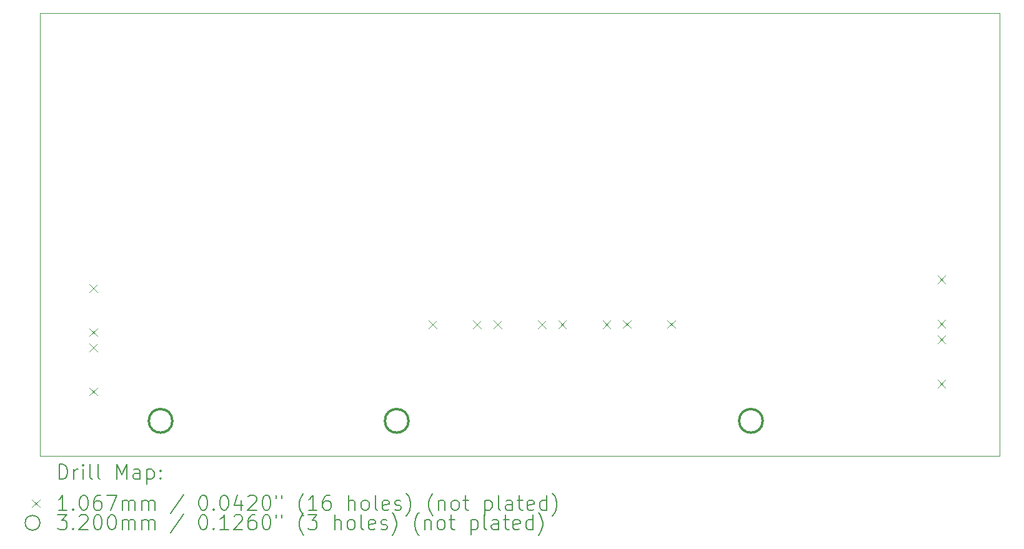
<source format=gbr>
%TF.GenerationSoftware,KiCad,Pcbnew,8.0.3*%
%TF.CreationDate,2025-06-03T13:48:53-07:00*%
%TF.ProjectId,Power_Distribution,506f7765-725f-4446-9973-747269627574,rev?*%
%TF.SameCoordinates,Original*%
%TF.FileFunction,Drillmap*%
%TF.FilePolarity,Positive*%
%FSLAX45Y45*%
G04 Gerber Fmt 4.5, Leading zero omitted, Abs format (unit mm)*
G04 Created by KiCad (PCBNEW 8.0.3) date 2025-06-03 13:48:53*
%MOMM*%
%LPD*%
G01*
G04 APERTURE LIST*
%ADD10C,0.100000*%
%ADD11C,0.200000*%
%ADD12C,0.106680*%
%ADD13C,0.320000*%
G04 APERTURE END LIST*
D10*
X8153640Y-5227320D02*
X21153640Y-5227320D01*
X21153640Y-11227320D01*
X8153640Y-11227320D01*
X8153640Y-5227320D01*
D11*
D12*
X8820660Y-8901660D02*
X8927340Y-9008340D01*
X8927340Y-8901660D02*
X8820660Y-9008340D01*
X8820660Y-9501660D02*
X8927340Y-9608340D01*
X8927340Y-9501660D02*
X8820660Y-9608340D01*
X8820660Y-9705660D02*
X8927340Y-9812340D01*
X8927340Y-9705660D02*
X8820660Y-9812340D01*
X8820660Y-10305660D02*
X8927340Y-10412340D01*
X8927340Y-10305660D02*
X8820660Y-10412340D01*
X13419980Y-9392660D02*
X13526660Y-9499340D01*
X13526660Y-9392660D02*
X13419980Y-9499340D01*
X14019980Y-9392660D02*
X14126660Y-9499340D01*
X14126660Y-9392660D02*
X14019980Y-9499340D01*
X14297540Y-9392660D02*
X14404220Y-9499340D01*
X14404220Y-9392660D02*
X14297540Y-9499340D01*
X14897540Y-9392660D02*
X15004220Y-9499340D01*
X15004220Y-9392660D02*
X14897540Y-9499340D01*
X15175100Y-9392660D02*
X15281780Y-9499340D01*
X15281780Y-9392660D02*
X15175100Y-9499340D01*
X15775100Y-9392660D02*
X15881780Y-9499340D01*
X15881780Y-9392660D02*
X15775100Y-9499340D01*
X16052660Y-9391660D02*
X16159340Y-9498340D01*
X16159340Y-9391660D02*
X16052660Y-9498340D01*
X16652660Y-9391660D02*
X16759340Y-9498340D01*
X16759340Y-9391660D02*
X16652660Y-9498340D01*
X20314660Y-8784660D02*
X20421340Y-8891340D01*
X20421340Y-8784660D02*
X20314660Y-8891340D01*
X20314660Y-9384660D02*
X20421340Y-9491340D01*
X20421340Y-9384660D02*
X20314660Y-9491340D01*
X20314660Y-9597660D02*
X20421340Y-9704340D01*
X20421340Y-9597660D02*
X20314660Y-9704340D01*
X20314660Y-10197660D02*
X20421340Y-10304340D01*
X20421340Y-10197660D02*
X20314660Y-10304340D01*
D13*
X9944000Y-10754000D02*
G75*
G02*
X9624000Y-10754000I-160000J0D01*
G01*
X9624000Y-10754000D02*
G75*
G02*
X9944000Y-10754000I160000J0D01*
G01*
X13144000Y-10754000D02*
G75*
G02*
X12824000Y-10754000I-160000J0D01*
G01*
X12824000Y-10754000D02*
G75*
G02*
X13144000Y-10754000I160000J0D01*
G01*
X17944000Y-10754000D02*
G75*
G02*
X17624000Y-10754000I-160000J0D01*
G01*
X17624000Y-10754000D02*
G75*
G02*
X17944000Y-10754000I160000J0D01*
G01*
D11*
X8409417Y-11543804D02*
X8409417Y-11343804D01*
X8409417Y-11343804D02*
X8457036Y-11343804D01*
X8457036Y-11343804D02*
X8485607Y-11353328D01*
X8485607Y-11353328D02*
X8504655Y-11372375D01*
X8504655Y-11372375D02*
X8514179Y-11391423D01*
X8514179Y-11391423D02*
X8523703Y-11429518D01*
X8523703Y-11429518D02*
X8523703Y-11458089D01*
X8523703Y-11458089D02*
X8514179Y-11496185D01*
X8514179Y-11496185D02*
X8504655Y-11515232D01*
X8504655Y-11515232D02*
X8485607Y-11534280D01*
X8485607Y-11534280D02*
X8457036Y-11543804D01*
X8457036Y-11543804D02*
X8409417Y-11543804D01*
X8609417Y-11543804D02*
X8609417Y-11410470D01*
X8609417Y-11448566D02*
X8618941Y-11429518D01*
X8618941Y-11429518D02*
X8628464Y-11419994D01*
X8628464Y-11419994D02*
X8647512Y-11410470D01*
X8647512Y-11410470D02*
X8666560Y-11410470D01*
X8733226Y-11543804D02*
X8733226Y-11410470D01*
X8733226Y-11343804D02*
X8723703Y-11353328D01*
X8723703Y-11353328D02*
X8733226Y-11362851D01*
X8733226Y-11362851D02*
X8742750Y-11353328D01*
X8742750Y-11353328D02*
X8733226Y-11343804D01*
X8733226Y-11343804D02*
X8733226Y-11362851D01*
X8857036Y-11543804D02*
X8837988Y-11534280D01*
X8837988Y-11534280D02*
X8828464Y-11515232D01*
X8828464Y-11515232D02*
X8828464Y-11343804D01*
X8961798Y-11543804D02*
X8942750Y-11534280D01*
X8942750Y-11534280D02*
X8933226Y-11515232D01*
X8933226Y-11515232D02*
X8933226Y-11343804D01*
X9190369Y-11543804D02*
X9190369Y-11343804D01*
X9190369Y-11343804D02*
X9257036Y-11486661D01*
X9257036Y-11486661D02*
X9323703Y-11343804D01*
X9323703Y-11343804D02*
X9323703Y-11543804D01*
X9504655Y-11543804D02*
X9504655Y-11439042D01*
X9504655Y-11439042D02*
X9495131Y-11419994D01*
X9495131Y-11419994D02*
X9476084Y-11410470D01*
X9476084Y-11410470D02*
X9437988Y-11410470D01*
X9437988Y-11410470D02*
X9418941Y-11419994D01*
X9504655Y-11534280D02*
X9485607Y-11543804D01*
X9485607Y-11543804D02*
X9437988Y-11543804D01*
X9437988Y-11543804D02*
X9418941Y-11534280D01*
X9418941Y-11534280D02*
X9409417Y-11515232D01*
X9409417Y-11515232D02*
X9409417Y-11496185D01*
X9409417Y-11496185D02*
X9418941Y-11477137D01*
X9418941Y-11477137D02*
X9437988Y-11467613D01*
X9437988Y-11467613D02*
X9485607Y-11467613D01*
X9485607Y-11467613D02*
X9504655Y-11458089D01*
X9599893Y-11410470D02*
X9599893Y-11610470D01*
X9599893Y-11419994D02*
X9618941Y-11410470D01*
X9618941Y-11410470D02*
X9657036Y-11410470D01*
X9657036Y-11410470D02*
X9676084Y-11419994D01*
X9676084Y-11419994D02*
X9685607Y-11429518D01*
X9685607Y-11429518D02*
X9695131Y-11448566D01*
X9695131Y-11448566D02*
X9695131Y-11505708D01*
X9695131Y-11505708D02*
X9685607Y-11524756D01*
X9685607Y-11524756D02*
X9676084Y-11534280D01*
X9676084Y-11534280D02*
X9657036Y-11543804D01*
X9657036Y-11543804D02*
X9618941Y-11543804D01*
X9618941Y-11543804D02*
X9599893Y-11534280D01*
X9780845Y-11524756D02*
X9790369Y-11534280D01*
X9790369Y-11534280D02*
X9780845Y-11543804D01*
X9780845Y-11543804D02*
X9771322Y-11534280D01*
X9771322Y-11534280D02*
X9780845Y-11524756D01*
X9780845Y-11524756D02*
X9780845Y-11543804D01*
X9780845Y-11419994D02*
X9790369Y-11429518D01*
X9790369Y-11429518D02*
X9780845Y-11439042D01*
X9780845Y-11439042D02*
X9771322Y-11429518D01*
X9771322Y-11429518D02*
X9780845Y-11419994D01*
X9780845Y-11419994D02*
X9780845Y-11439042D01*
D12*
X8041960Y-11818980D02*
X8148640Y-11925660D01*
X8148640Y-11818980D02*
X8041960Y-11925660D01*
D11*
X8514179Y-11963804D02*
X8399893Y-11963804D01*
X8457036Y-11963804D02*
X8457036Y-11763804D01*
X8457036Y-11763804D02*
X8437988Y-11792375D01*
X8437988Y-11792375D02*
X8418941Y-11811423D01*
X8418941Y-11811423D02*
X8399893Y-11820947D01*
X8599893Y-11944756D02*
X8609417Y-11954280D01*
X8609417Y-11954280D02*
X8599893Y-11963804D01*
X8599893Y-11963804D02*
X8590369Y-11954280D01*
X8590369Y-11954280D02*
X8599893Y-11944756D01*
X8599893Y-11944756D02*
X8599893Y-11963804D01*
X8733226Y-11763804D02*
X8752274Y-11763804D01*
X8752274Y-11763804D02*
X8771322Y-11773328D01*
X8771322Y-11773328D02*
X8780845Y-11782851D01*
X8780845Y-11782851D02*
X8790369Y-11801899D01*
X8790369Y-11801899D02*
X8799893Y-11839994D01*
X8799893Y-11839994D02*
X8799893Y-11887613D01*
X8799893Y-11887613D02*
X8790369Y-11925708D01*
X8790369Y-11925708D02*
X8780845Y-11944756D01*
X8780845Y-11944756D02*
X8771322Y-11954280D01*
X8771322Y-11954280D02*
X8752274Y-11963804D01*
X8752274Y-11963804D02*
X8733226Y-11963804D01*
X8733226Y-11963804D02*
X8714179Y-11954280D01*
X8714179Y-11954280D02*
X8704655Y-11944756D01*
X8704655Y-11944756D02*
X8695131Y-11925708D01*
X8695131Y-11925708D02*
X8685607Y-11887613D01*
X8685607Y-11887613D02*
X8685607Y-11839994D01*
X8685607Y-11839994D02*
X8695131Y-11801899D01*
X8695131Y-11801899D02*
X8704655Y-11782851D01*
X8704655Y-11782851D02*
X8714179Y-11773328D01*
X8714179Y-11773328D02*
X8733226Y-11763804D01*
X8971322Y-11763804D02*
X8933226Y-11763804D01*
X8933226Y-11763804D02*
X8914179Y-11773328D01*
X8914179Y-11773328D02*
X8904655Y-11782851D01*
X8904655Y-11782851D02*
X8885607Y-11811423D01*
X8885607Y-11811423D02*
X8876084Y-11849518D01*
X8876084Y-11849518D02*
X8876084Y-11925708D01*
X8876084Y-11925708D02*
X8885607Y-11944756D01*
X8885607Y-11944756D02*
X8895131Y-11954280D01*
X8895131Y-11954280D02*
X8914179Y-11963804D01*
X8914179Y-11963804D02*
X8952274Y-11963804D01*
X8952274Y-11963804D02*
X8971322Y-11954280D01*
X8971322Y-11954280D02*
X8980845Y-11944756D01*
X8980845Y-11944756D02*
X8990369Y-11925708D01*
X8990369Y-11925708D02*
X8990369Y-11878089D01*
X8990369Y-11878089D02*
X8980845Y-11859042D01*
X8980845Y-11859042D02*
X8971322Y-11849518D01*
X8971322Y-11849518D02*
X8952274Y-11839994D01*
X8952274Y-11839994D02*
X8914179Y-11839994D01*
X8914179Y-11839994D02*
X8895131Y-11849518D01*
X8895131Y-11849518D02*
X8885607Y-11859042D01*
X8885607Y-11859042D02*
X8876084Y-11878089D01*
X9057036Y-11763804D02*
X9190369Y-11763804D01*
X9190369Y-11763804D02*
X9104655Y-11963804D01*
X9266560Y-11963804D02*
X9266560Y-11830470D01*
X9266560Y-11849518D02*
X9276084Y-11839994D01*
X9276084Y-11839994D02*
X9295131Y-11830470D01*
X9295131Y-11830470D02*
X9323703Y-11830470D01*
X9323703Y-11830470D02*
X9342750Y-11839994D01*
X9342750Y-11839994D02*
X9352274Y-11859042D01*
X9352274Y-11859042D02*
X9352274Y-11963804D01*
X9352274Y-11859042D02*
X9361798Y-11839994D01*
X9361798Y-11839994D02*
X9380845Y-11830470D01*
X9380845Y-11830470D02*
X9409417Y-11830470D01*
X9409417Y-11830470D02*
X9428465Y-11839994D01*
X9428465Y-11839994D02*
X9437988Y-11859042D01*
X9437988Y-11859042D02*
X9437988Y-11963804D01*
X9533226Y-11963804D02*
X9533226Y-11830470D01*
X9533226Y-11849518D02*
X9542750Y-11839994D01*
X9542750Y-11839994D02*
X9561798Y-11830470D01*
X9561798Y-11830470D02*
X9590369Y-11830470D01*
X9590369Y-11830470D02*
X9609417Y-11839994D01*
X9609417Y-11839994D02*
X9618941Y-11859042D01*
X9618941Y-11859042D02*
X9618941Y-11963804D01*
X9618941Y-11859042D02*
X9628465Y-11839994D01*
X9628465Y-11839994D02*
X9647512Y-11830470D01*
X9647512Y-11830470D02*
X9676084Y-11830470D01*
X9676084Y-11830470D02*
X9695131Y-11839994D01*
X9695131Y-11839994D02*
X9704655Y-11859042D01*
X9704655Y-11859042D02*
X9704655Y-11963804D01*
X10095131Y-11754280D02*
X9923703Y-12011423D01*
X10352274Y-11763804D02*
X10371322Y-11763804D01*
X10371322Y-11763804D02*
X10390369Y-11773328D01*
X10390369Y-11773328D02*
X10399893Y-11782851D01*
X10399893Y-11782851D02*
X10409417Y-11801899D01*
X10409417Y-11801899D02*
X10418941Y-11839994D01*
X10418941Y-11839994D02*
X10418941Y-11887613D01*
X10418941Y-11887613D02*
X10409417Y-11925708D01*
X10409417Y-11925708D02*
X10399893Y-11944756D01*
X10399893Y-11944756D02*
X10390369Y-11954280D01*
X10390369Y-11954280D02*
X10371322Y-11963804D01*
X10371322Y-11963804D02*
X10352274Y-11963804D01*
X10352274Y-11963804D02*
X10333227Y-11954280D01*
X10333227Y-11954280D02*
X10323703Y-11944756D01*
X10323703Y-11944756D02*
X10314179Y-11925708D01*
X10314179Y-11925708D02*
X10304655Y-11887613D01*
X10304655Y-11887613D02*
X10304655Y-11839994D01*
X10304655Y-11839994D02*
X10314179Y-11801899D01*
X10314179Y-11801899D02*
X10323703Y-11782851D01*
X10323703Y-11782851D02*
X10333227Y-11773328D01*
X10333227Y-11773328D02*
X10352274Y-11763804D01*
X10504655Y-11944756D02*
X10514179Y-11954280D01*
X10514179Y-11954280D02*
X10504655Y-11963804D01*
X10504655Y-11963804D02*
X10495131Y-11954280D01*
X10495131Y-11954280D02*
X10504655Y-11944756D01*
X10504655Y-11944756D02*
X10504655Y-11963804D01*
X10637988Y-11763804D02*
X10657036Y-11763804D01*
X10657036Y-11763804D02*
X10676084Y-11773328D01*
X10676084Y-11773328D02*
X10685608Y-11782851D01*
X10685608Y-11782851D02*
X10695131Y-11801899D01*
X10695131Y-11801899D02*
X10704655Y-11839994D01*
X10704655Y-11839994D02*
X10704655Y-11887613D01*
X10704655Y-11887613D02*
X10695131Y-11925708D01*
X10695131Y-11925708D02*
X10685608Y-11944756D01*
X10685608Y-11944756D02*
X10676084Y-11954280D01*
X10676084Y-11954280D02*
X10657036Y-11963804D01*
X10657036Y-11963804D02*
X10637988Y-11963804D01*
X10637988Y-11963804D02*
X10618941Y-11954280D01*
X10618941Y-11954280D02*
X10609417Y-11944756D01*
X10609417Y-11944756D02*
X10599893Y-11925708D01*
X10599893Y-11925708D02*
X10590369Y-11887613D01*
X10590369Y-11887613D02*
X10590369Y-11839994D01*
X10590369Y-11839994D02*
X10599893Y-11801899D01*
X10599893Y-11801899D02*
X10609417Y-11782851D01*
X10609417Y-11782851D02*
X10618941Y-11773328D01*
X10618941Y-11773328D02*
X10637988Y-11763804D01*
X10876084Y-11830470D02*
X10876084Y-11963804D01*
X10828465Y-11754280D02*
X10780846Y-11897137D01*
X10780846Y-11897137D02*
X10904655Y-11897137D01*
X10971322Y-11782851D02*
X10980846Y-11773328D01*
X10980846Y-11773328D02*
X10999893Y-11763804D01*
X10999893Y-11763804D02*
X11047512Y-11763804D01*
X11047512Y-11763804D02*
X11066560Y-11773328D01*
X11066560Y-11773328D02*
X11076084Y-11782851D01*
X11076084Y-11782851D02*
X11085608Y-11801899D01*
X11085608Y-11801899D02*
X11085608Y-11820947D01*
X11085608Y-11820947D02*
X11076084Y-11849518D01*
X11076084Y-11849518D02*
X10961798Y-11963804D01*
X10961798Y-11963804D02*
X11085608Y-11963804D01*
X11209417Y-11763804D02*
X11228465Y-11763804D01*
X11228465Y-11763804D02*
X11247512Y-11773328D01*
X11247512Y-11773328D02*
X11257036Y-11782851D01*
X11257036Y-11782851D02*
X11266560Y-11801899D01*
X11266560Y-11801899D02*
X11276084Y-11839994D01*
X11276084Y-11839994D02*
X11276084Y-11887613D01*
X11276084Y-11887613D02*
X11266560Y-11925708D01*
X11266560Y-11925708D02*
X11257036Y-11944756D01*
X11257036Y-11944756D02*
X11247512Y-11954280D01*
X11247512Y-11954280D02*
X11228465Y-11963804D01*
X11228465Y-11963804D02*
X11209417Y-11963804D01*
X11209417Y-11963804D02*
X11190369Y-11954280D01*
X11190369Y-11954280D02*
X11180846Y-11944756D01*
X11180846Y-11944756D02*
X11171322Y-11925708D01*
X11171322Y-11925708D02*
X11161798Y-11887613D01*
X11161798Y-11887613D02*
X11161798Y-11839994D01*
X11161798Y-11839994D02*
X11171322Y-11801899D01*
X11171322Y-11801899D02*
X11180846Y-11782851D01*
X11180846Y-11782851D02*
X11190369Y-11773328D01*
X11190369Y-11773328D02*
X11209417Y-11763804D01*
X11352274Y-11763804D02*
X11352274Y-11801899D01*
X11428465Y-11763804D02*
X11428465Y-11801899D01*
X11723703Y-12039994D02*
X11714179Y-12030470D01*
X11714179Y-12030470D02*
X11695131Y-12001899D01*
X11695131Y-12001899D02*
X11685608Y-11982851D01*
X11685608Y-11982851D02*
X11676084Y-11954280D01*
X11676084Y-11954280D02*
X11666560Y-11906661D01*
X11666560Y-11906661D02*
X11666560Y-11868566D01*
X11666560Y-11868566D02*
X11676084Y-11820947D01*
X11676084Y-11820947D02*
X11685608Y-11792375D01*
X11685608Y-11792375D02*
X11695131Y-11773328D01*
X11695131Y-11773328D02*
X11714179Y-11744756D01*
X11714179Y-11744756D02*
X11723703Y-11735232D01*
X11904655Y-11963804D02*
X11790369Y-11963804D01*
X11847512Y-11963804D02*
X11847512Y-11763804D01*
X11847512Y-11763804D02*
X11828465Y-11792375D01*
X11828465Y-11792375D02*
X11809417Y-11811423D01*
X11809417Y-11811423D02*
X11790369Y-11820947D01*
X12076084Y-11763804D02*
X12037988Y-11763804D01*
X12037988Y-11763804D02*
X12018941Y-11773328D01*
X12018941Y-11773328D02*
X12009417Y-11782851D01*
X12009417Y-11782851D02*
X11990369Y-11811423D01*
X11990369Y-11811423D02*
X11980846Y-11849518D01*
X11980846Y-11849518D02*
X11980846Y-11925708D01*
X11980846Y-11925708D02*
X11990369Y-11944756D01*
X11990369Y-11944756D02*
X11999893Y-11954280D01*
X11999893Y-11954280D02*
X12018941Y-11963804D01*
X12018941Y-11963804D02*
X12057036Y-11963804D01*
X12057036Y-11963804D02*
X12076084Y-11954280D01*
X12076084Y-11954280D02*
X12085608Y-11944756D01*
X12085608Y-11944756D02*
X12095131Y-11925708D01*
X12095131Y-11925708D02*
X12095131Y-11878089D01*
X12095131Y-11878089D02*
X12085608Y-11859042D01*
X12085608Y-11859042D02*
X12076084Y-11849518D01*
X12076084Y-11849518D02*
X12057036Y-11839994D01*
X12057036Y-11839994D02*
X12018941Y-11839994D01*
X12018941Y-11839994D02*
X11999893Y-11849518D01*
X11999893Y-11849518D02*
X11990369Y-11859042D01*
X11990369Y-11859042D02*
X11980846Y-11878089D01*
X12333227Y-11963804D02*
X12333227Y-11763804D01*
X12418941Y-11963804D02*
X12418941Y-11859042D01*
X12418941Y-11859042D02*
X12409417Y-11839994D01*
X12409417Y-11839994D02*
X12390370Y-11830470D01*
X12390370Y-11830470D02*
X12361798Y-11830470D01*
X12361798Y-11830470D02*
X12342750Y-11839994D01*
X12342750Y-11839994D02*
X12333227Y-11849518D01*
X12542750Y-11963804D02*
X12523703Y-11954280D01*
X12523703Y-11954280D02*
X12514179Y-11944756D01*
X12514179Y-11944756D02*
X12504655Y-11925708D01*
X12504655Y-11925708D02*
X12504655Y-11868566D01*
X12504655Y-11868566D02*
X12514179Y-11849518D01*
X12514179Y-11849518D02*
X12523703Y-11839994D01*
X12523703Y-11839994D02*
X12542750Y-11830470D01*
X12542750Y-11830470D02*
X12571322Y-11830470D01*
X12571322Y-11830470D02*
X12590370Y-11839994D01*
X12590370Y-11839994D02*
X12599893Y-11849518D01*
X12599893Y-11849518D02*
X12609417Y-11868566D01*
X12609417Y-11868566D02*
X12609417Y-11925708D01*
X12609417Y-11925708D02*
X12599893Y-11944756D01*
X12599893Y-11944756D02*
X12590370Y-11954280D01*
X12590370Y-11954280D02*
X12571322Y-11963804D01*
X12571322Y-11963804D02*
X12542750Y-11963804D01*
X12723703Y-11963804D02*
X12704655Y-11954280D01*
X12704655Y-11954280D02*
X12695131Y-11935232D01*
X12695131Y-11935232D02*
X12695131Y-11763804D01*
X12876084Y-11954280D02*
X12857036Y-11963804D01*
X12857036Y-11963804D02*
X12818941Y-11963804D01*
X12818941Y-11963804D02*
X12799893Y-11954280D01*
X12799893Y-11954280D02*
X12790370Y-11935232D01*
X12790370Y-11935232D02*
X12790370Y-11859042D01*
X12790370Y-11859042D02*
X12799893Y-11839994D01*
X12799893Y-11839994D02*
X12818941Y-11830470D01*
X12818941Y-11830470D02*
X12857036Y-11830470D01*
X12857036Y-11830470D02*
X12876084Y-11839994D01*
X12876084Y-11839994D02*
X12885608Y-11859042D01*
X12885608Y-11859042D02*
X12885608Y-11878089D01*
X12885608Y-11878089D02*
X12790370Y-11897137D01*
X12961798Y-11954280D02*
X12980846Y-11963804D01*
X12980846Y-11963804D02*
X13018941Y-11963804D01*
X13018941Y-11963804D02*
X13037989Y-11954280D01*
X13037989Y-11954280D02*
X13047512Y-11935232D01*
X13047512Y-11935232D02*
X13047512Y-11925708D01*
X13047512Y-11925708D02*
X13037989Y-11906661D01*
X13037989Y-11906661D02*
X13018941Y-11897137D01*
X13018941Y-11897137D02*
X12990370Y-11897137D01*
X12990370Y-11897137D02*
X12971322Y-11887613D01*
X12971322Y-11887613D02*
X12961798Y-11868566D01*
X12961798Y-11868566D02*
X12961798Y-11859042D01*
X12961798Y-11859042D02*
X12971322Y-11839994D01*
X12971322Y-11839994D02*
X12990370Y-11830470D01*
X12990370Y-11830470D02*
X13018941Y-11830470D01*
X13018941Y-11830470D02*
X13037989Y-11839994D01*
X13114179Y-12039994D02*
X13123703Y-12030470D01*
X13123703Y-12030470D02*
X13142751Y-12001899D01*
X13142751Y-12001899D02*
X13152274Y-11982851D01*
X13152274Y-11982851D02*
X13161798Y-11954280D01*
X13161798Y-11954280D02*
X13171322Y-11906661D01*
X13171322Y-11906661D02*
X13171322Y-11868566D01*
X13171322Y-11868566D02*
X13161798Y-11820947D01*
X13161798Y-11820947D02*
X13152274Y-11792375D01*
X13152274Y-11792375D02*
X13142751Y-11773328D01*
X13142751Y-11773328D02*
X13123703Y-11744756D01*
X13123703Y-11744756D02*
X13114179Y-11735232D01*
X13476084Y-12039994D02*
X13466560Y-12030470D01*
X13466560Y-12030470D02*
X13447512Y-12001899D01*
X13447512Y-12001899D02*
X13437989Y-11982851D01*
X13437989Y-11982851D02*
X13428465Y-11954280D01*
X13428465Y-11954280D02*
X13418941Y-11906661D01*
X13418941Y-11906661D02*
X13418941Y-11868566D01*
X13418941Y-11868566D02*
X13428465Y-11820947D01*
X13428465Y-11820947D02*
X13437989Y-11792375D01*
X13437989Y-11792375D02*
X13447512Y-11773328D01*
X13447512Y-11773328D02*
X13466560Y-11744756D01*
X13466560Y-11744756D02*
X13476084Y-11735232D01*
X13552274Y-11830470D02*
X13552274Y-11963804D01*
X13552274Y-11849518D02*
X13561798Y-11839994D01*
X13561798Y-11839994D02*
X13580846Y-11830470D01*
X13580846Y-11830470D02*
X13609417Y-11830470D01*
X13609417Y-11830470D02*
X13628465Y-11839994D01*
X13628465Y-11839994D02*
X13637989Y-11859042D01*
X13637989Y-11859042D02*
X13637989Y-11963804D01*
X13761798Y-11963804D02*
X13742751Y-11954280D01*
X13742751Y-11954280D02*
X13733227Y-11944756D01*
X13733227Y-11944756D02*
X13723703Y-11925708D01*
X13723703Y-11925708D02*
X13723703Y-11868566D01*
X13723703Y-11868566D02*
X13733227Y-11849518D01*
X13733227Y-11849518D02*
X13742751Y-11839994D01*
X13742751Y-11839994D02*
X13761798Y-11830470D01*
X13761798Y-11830470D02*
X13790370Y-11830470D01*
X13790370Y-11830470D02*
X13809417Y-11839994D01*
X13809417Y-11839994D02*
X13818941Y-11849518D01*
X13818941Y-11849518D02*
X13828465Y-11868566D01*
X13828465Y-11868566D02*
X13828465Y-11925708D01*
X13828465Y-11925708D02*
X13818941Y-11944756D01*
X13818941Y-11944756D02*
X13809417Y-11954280D01*
X13809417Y-11954280D02*
X13790370Y-11963804D01*
X13790370Y-11963804D02*
X13761798Y-11963804D01*
X13885608Y-11830470D02*
X13961798Y-11830470D01*
X13914179Y-11763804D02*
X13914179Y-11935232D01*
X13914179Y-11935232D02*
X13923703Y-11954280D01*
X13923703Y-11954280D02*
X13942751Y-11963804D01*
X13942751Y-11963804D02*
X13961798Y-11963804D01*
X14180846Y-11830470D02*
X14180846Y-12030470D01*
X14180846Y-11839994D02*
X14199893Y-11830470D01*
X14199893Y-11830470D02*
X14237989Y-11830470D01*
X14237989Y-11830470D02*
X14257036Y-11839994D01*
X14257036Y-11839994D02*
X14266560Y-11849518D01*
X14266560Y-11849518D02*
X14276084Y-11868566D01*
X14276084Y-11868566D02*
X14276084Y-11925708D01*
X14276084Y-11925708D02*
X14266560Y-11944756D01*
X14266560Y-11944756D02*
X14257036Y-11954280D01*
X14257036Y-11954280D02*
X14237989Y-11963804D01*
X14237989Y-11963804D02*
X14199893Y-11963804D01*
X14199893Y-11963804D02*
X14180846Y-11954280D01*
X14390370Y-11963804D02*
X14371322Y-11954280D01*
X14371322Y-11954280D02*
X14361798Y-11935232D01*
X14361798Y-11935232D02*
X14361798Y-11763804D01*
X14552274Y-11963804D02*
X14552274Y-11859042D01*
X14552274Y-11859042D02*
X14542751Y-11839994D01*
X14542751Y-11839994D02*
X14523703Y-11830470D01*
X14523703Y-11830470D02*
X14485608Y-11830470D01*
X14485608Y-11830470D02*
X14466560Y-11839994D01*
X14552274Y-11954280D02*
X14533227Y-11963804D01*
X14533227Y-11963804D02*
X14485608Y-11963804D01*
X14485608Y-11963804D02*
X14466560Y-11954280D01*
X14466560Y-11954280D02*
X14457036Y-11935232D01*
X14457036Y-11935232D02*
X14457036Y-11916185D01*
X14457036Y-11916185D02*
X14466560Y-11897137D01*
X14466560Y-11897137D02*
X14485608Y-11887613D01*
X14485608Y-11887613D02*
X14533227Y-11887613D01*
X14533227Y-11887613D02*
X14552274Y-11878089D01*
X14618941Y-11830470D02*
X14695132Y-11830470D01*
X14647513Y-11763804D02*
X14647513Y-11935232D01*
X14647513Y-11935232D02*
X14657036Y-11954280D01*
X14657036Y-11954280D02*
X14676084Y-11963804D01*
X14676084Y-11963804D02*
X14695132Y-11963804D01*
X14837989Y-11954280D02*
X14818941Y-11963804D01*
X14818941Y-11963804D02*
X14780846Y-11963804D01*
X14780846Y-11963804D02*
X14761798Y-11954280D01*
X14761798Y-11954280D02*
X14752274Y-11935232D01*
X14752274Y-11935232D02*
X14752274Y-11859042D01*
X14752274Y-11859042D02*
X14761798Y-11839994D01*
X14761798Y-11839994D02*
X14780846Y-11830470D01*
X14780846Y-11830470D02*
X14818941Y-11830470D01*
X14818941Y-11830470D02*
X14837989Y-11839994D01*
X14837989Y-11839994D02*
X14847513Y-11859042D01*
X14847513Y-11859042D02*
X14847513Y-11878089D01*
X14847513Y-11878089D02*
X14752274Y-11897137D01*
X15018941Y-11963804D02*
X15018941Y-11763804D01*
X15018941Y-11954280D02*
X14999894Y-11963804D01*
X14999894Y-11963804D02*
X14961798Y-11963804D01*
X14961798Y-11963804D02*
X14942751Y-11954280D01*
X14942751Y-11954280D02*
X14933227Y-11944756D01*
X14933227Y-11944756D02*
X14923703Y-11925708D01*
X14923703Y-11925708D02*
X14923703Y-11868566D01*
X14923703Y-11868566D02*
X14933227Y-11849518D01*
X14933227Y-11849518D02*
X14942751Y-11839994D01*
X14942751Y-11839994D02*
X14961798Y-11830470D01*
X14961798Y-11830470D02*
X14999894Y-11830470D01*
X14999894Y-11830470D02*
X15018941Y-11839994D01*
X15095132Y-12039994D02*
X15104655Y-12030470D01*
X15104655Y-12030470D02*
X15123703Y-12001899D01*
X15123703Y-12001899D02*
X15133227Y-11982851D01*
X15133227Y-11982851D02*
X15142751Y-11954280D01*
X15142751Y-11954280D02*
X15152274Y-11906661D01*
X15152274Y-11906661D02*
X15152274Y-11868566D01*
X15152274Y-11868566D02*
X15142751Y-11820947D01*
X15142751Y-11820947D02*
X15133227Y-11792375D01*
X15133227Y-11792375D02*
X15123703Y-11773328D01*
X15123703Y-11773328D02*
X15104655Y-11744756D01*
X15104655Y-11744756D02*
X15095132Y-11735232D01*
X8148640Y-12136320D02*
G75*
G02*
X7948640Y-12136320I-100000J0D01*
G01*
X7948640Y-12136320D02*
G75*
G02*
X8148640Y-12136320I100000J0D01*
G01*
X8390369Y-12027804D02*
X8514179Y-12027804D01*
X8514179Y-12027804D02*
X8447512Y-12103994D01*
X8447512Y-12103994D02*
X8476084Y-12103994D01*
X8476084Y-12103994D02*
X8495131Y-12113518D01*
X8495131Y-12113518D02*
X8504655Y-12123042D01*
X8504655Y-12123042D02*
X8514179Y-12142089D01*
X8514179Y-12142089D02*
X8514179Y-12189708D01*
X8514179Y-12189708D02*
X8504655Y-12208756D01*
X8504655Y-12208756D02*
X8495131Y-12218280D01*
X8495131Y-12218280D02*
X8476084Y-12227804D01*
X8476084Y-12227804D02*
X8418941Y-12227804D01*
X8418941Y-12227804D02*
X8399893Y-12218280D01*
X8399893Y-12218280D02*
X8390369Y-12208756D01*
X8599893Y-12208756D02*
X8609417Y-12218280D01*
X8609417Y-12218280D02*
X8599893Y-12227804D01*
X8599893Y-12227804D02*
X8590369Y-12218280D01*
X8590369Y-12218280D02*
X8599893Y-12208756D01*
X8599893Y-12208756D02*
X8599893Y-12227804D01*
X8685607Y-12046851D02*
X8695131Y-12037328D01*
X8695131Y-12037328D02*
X8714179Y-12027804D01*
X8714179Y-12027804D02*
X8761798Y-12027804D01*
X8761798Y-12027804D02*
X8780845Y-12037328D01*
X8780845Y-12037328D02*
X8790369Y-12046851D01*
X8790369Y-12046851D02*
X8799893Y-12065899D01*
X8799893Y-12065899D02*
X8799893Y-12084947D01*
X8799893Y-12084947D02*
X8790369Y-12113518D01*
X8790369Y-12113518D02*
X8676084Y-12227804D01*
X8676084Y-12227804D02*
X8799893Y-12227804D01*
X8923703Y-12027804D02*
X8942750Y-12027804D01*
X8942750Y-12027804D02*
X8961798Y-12037328D01*
X8961798Y-12037328D02*
X8971322Y-12046851D01*
X8971322Y-12046851D02*
X8980845Y-12065899D01*
X8980845Y-12065899D02*
X8990369Y-12103994D01*
X8990369Y-12103994D02*
X8990369Y-12151613D01*
X8990369Y-12151613D02*
X8980845Y-12189708D01*
X8980845Y-12189708D02*
X8971322Y-12208756D01*
X8971322Y-12208756D02*
X8961798Y-12218280D01*
X8961798Y-12218280D02*
X8942750Y-12227804D01*
X8942750Y-12227804D02*
X8923703Y-12227804D01*
X8923703Y-12227804D02*
X8904655Y-12218280D01*
X8904655Y-12218280D02*
X8895131Y-12208756D01*
X8895131Y-12208756D02*
X8885607Y-12189708D01*
X8885607Y-12189708D02*
X8876084Y-12151613D01*
X8876084Y-12151613D02*
X8876084Y-12103994D01*
X8876084Y-12103994D02*
X8885607Y-12065899D01*
X8885607Y-12065899D02*
X8895131Y-12046851D01*
X8895131Y-12046851D02*
X8904655Y-12037328D01*
X8904655Y-12037328D02*
X8923703Y-12027804D01*
X9114179Y-12027804D02*
X9133226Y-12027804D01*
X9133226Y-12027804D02*
X9152274Y-12037328D01*
X9152274Y-12037328D02*
X9161798Y-12046851D01*
X9161798Y-12046851D02*
X9171322Y-12065899D01*
X9171322Y-12065899D02*
X9180845Y-12103994D01*
X9180845Y-12103994D02*
X9180845Y-12151613D01*
X9180845Y-12151613D02*
X9171322Y-12189708D01*
X9171322Y-12189708D02*
X9161798Y-12208756D01*
X9161798Y-12208756D02*
X9152274Y-12218280D01*
X9152274Y-12218280D02*
X9133226Y-12227804D01*
X9133226Y-12227804D02*
X9114179Y-12227804D01*
X9114179Y-12227804D02*
X9095131Y-12218280D01*
X9095131Y-12218280D02*
X9085607Y-12208756D01*
X9085607Y-12208756D02*
X9076084Y-12189708D01*
X9076084Y-12189708D02*
X9066560Y-12151613D01*
X9066560Y-12151613D02*
X9066560Y-12103994D01*
X9066560Y-12103994D02*
X9076084Y-12065899D01*
X9076084Y-12065899D02*
X9085607Y-12046851D01*
X9085607Y-12046851D02*
X9095131Y-12037328D01*
X9095131Y-12037328D02*
X9114179Y-12027804D01*
X9266560Y-12227804D02*
X9266560Y-12094470D01*
X9266560Y-12113518D02*
X9276084Y-12103994D01*
X9276084Y-12103994D02*
X9295131Y-12094470D01*
X9295131Y-12094470D02*
X9323703Y-12094470D01*
X9323703Y-12094470D02*
X9342750Y-12103994D01*
X9342750Y-12103994D02*
X9352274Y-12123042D01*
X9352274Y-12123042D02*
X9352274Y-12227804D01*
X9352274Y-12123042D02*
X9361798Y-12103994D01*
X9361798Y-12103994D02*
X9380845Y-12094470D01*
X9380845Y-12094470D02*
X9409417Y-12094470D01*
X9409417Y-12094470D02*
X9428465Y-12103994D01*
X9428465Y-12103994D02*
X9437988Y-12123042D01*
X9437988Y-12123042D02*
X9437988Y-12227804D01*
X9533226Y-12227804D02*
X9533226Y-12094470D01*
X9533226Y-12113518D02*
X9542750Y-12103994D01*
X9542750Y-12103994D02*
X9561798Y-12094470D01*
X9561798Y-12094470D02*
X9590369Y-12094470D01*
X9590369Y-12094470D02*
X9609417Y-12103994D01*
X9609417Y-12103994D02*
X9618941Y-12123042D01*
X9618941Y-12123042D02*
X9618941Y-12227804D01*
X9618941Y-12123042D02*
X9628465Y-12103994D01*
X9628465Y-12103994D02*
X9647512Y-12094470D01*
X9647512Y-12094470D02*
X9676084Y-12094470D01*
X9676084Y-12094470D02*
X9695131Y-12103994D01*
X9695131Y-12103994D02*
X9704655Y-12123042D01*
X9704655Y-12123042D02*
X9704655Y-12227804D01*
X10095131Y-12018280D02*
X9923703Y-12275423D01*
X10352274Y-12027804D02*
X10371322Y-12027804D01*
X10371322Y-12027804D02*
X10390369Y-12037328D01*
X10390369Y-12037328D02*
X10399893Y-12046851D01*
X10399893Y-12046851D02*
X10409417Y-12065899D01*
X10409417Y-12065899D02*
X10418941Y-12103994D01*
X10418941Y-12103994D02*
X10418941Y-12151613D01*
X10418941Y-12151613D02*
X10409417Y-12189708D01*
X10409417Y-12189708D02*
X10399893Y-12208756D01*
X10399893Y-12208756D02*
X10390369Y-12218280D01*
X10390369Y-12218280D02*
X10371322Y-12227804D01*
X10371322Y-12227804D02*
X10352274Y-12227804D01*
X10352274Y-12227804D02*
X10333227Y-12218280D01*
X10333227Y-12218280D02*
X10323703Y-12208756D01*
X10323703Y-12208756D02*
X10314179Y-12189708D01*
X10314179Y-12189708D02*
X10304655Y-12151613D01*
X10304655Y-12151613D02*
X10304655Y-12103994D01*
X10304655Y-12103994D02*
X10314179Y-12065899D01*
X10314179Y-12065899D02*
X10323703Y-12046851D01*
X10323703Y-12046851D02*
X10333227Y-12037328D01*
X10333227Y-12037328D02*
X10352274Y-12027804D01*
X10504655Y-12208756D02*
X10514179Y-12218280D01*
X10514179Y-12218280D02*
X10504655Y-12227804D01*
X10504655Y-12227804D02*
X10495131Y-12218280D01*
X10495131Y-12218280D02*
X10504655Y-12208756D01*
X10504655Y-12208756D02*
X10504655Y-12227804D01*
X10704655Y-12227804D02*
X10590369Y-12227804D01*
X10647512Y-12227804D02*
X10647512Y-12027804D01*
X10647512Y-12027804D02*
X10628465Y-12056375D01*
X10628465Y-12056375D02*
X10609417Y-12075423D01*
X10609417Y-12075423D02*
X10590369Y-12084947D01*
X10780846Y-12046851D02*
X10790369Y-12037328D01*
X10790369Y-12037328D02*
X10809417Y-12027804D01*
X10809417Y-12027804D02*
X10857036Y-12027804D01*
X10857036Y-12027804D02*
X10876084Y-12037328D01*
X10876084Y-12037328D02*
X10885608Y-12046851D01*
X10885608Y-12046851D02*
X10895131Y-12065899D01*
X10895131Y-12065899D02*
X10895131Y-12084947D01*
X10895131Y-12084947D02*
X10885608Y-12113518D01*
X10885608Y-12113518D02*
X10771322Y-12227804D01*
X10771322Y-12227804D02*
X10895131Y-12227804D01*
X11066560Y-12027804D02*
X11028465Y-12027804D01*
X11028465Y-12027804D02*
X11009417Y-12037328D01*
X11009417Y-12037328D02*
X10999893Y-12046851D01*
X10999893Y-12046851D02*
X10980846Y-12075423D01*
X10980846Y-12075423D02*
X10971322Y-12113518D01*
X10971322Y-12113518D02*
X10971322Y-12189708D01*
X10971322Y-12189708D02*
X10980846Y-12208756D01*
X10980846Y-12208756D02*
X10990369Y-12218280D01*
X10990369Y-12218280D02*
X11009417Y-12227804D01*
X11009417Y-12227804D02*
X11047512Y-12227804D01*
X11047512Y-12227804D02*
X11066560Y-12218280D01*
X11066560Y-12218280D02*
X11076084Y-12208756D01*
X11076084Y-12208756D02*
X11085608Y-12189708D01*
X11085608Y-12189708D02*
X11085608Y-12142089D01*
X11085608Y-12142089D02*
X11076084Y-12123042D01*
X11076084Y-12123042D02*
X11066560Y-12113518D01*
X11066560Y-12113518D02*
X11047512Y-12103994D01*
X11047512Y-12103994D02*
X11009417Y-12103994D01*
X11009417Y-12103994D02*
X10990369Y-12113518D01*
X10990369Y-12113518D02*
X10980846Y-12123042D01*
X10980846Y-12123042D02*
X10971322Y-12142089D01*
X11209417Y-12027804D02*
X11228465Y-12027804D01*
X11228465Y-12027804D02*
X11247512Y-12037328D01*
X11247512Y-12037328D02*
X11257036Y-12046851D01*
X11257036Y-12046851D02*
X11266560Y-12065899D01*
X11266560Y-12065899D02*
X11276084Y-12103994D01*
X11276084Y-12103994D02*
X11276084Y-12151613D01*
X11276084Y-12151613D02*
X11266560Y-12189708D01*
X11266560Y-12189708D02*
X11257036Y-12208756D01*
X11257036Y-12208756D02*
X11247512Y-12218280D01*
X11247512Y-12218280D02*
X11228465Y-12227804D01*
X11228465Y-12227804D02*
X11209417Y-12227804D01*
X11209417Y-12227804D02*
X11190369Y-12218280D01*
X11190369Y-12218280D02*
X11180846Y-12208756D01*
X11180846Y-12208756D02*
X11171322Y-12189708D01*
X11171322Y-12189708D02*
X11161798Y-12151613D01*
X11161798Y-12151613D02*
X11161798Y-12103994D01*
X11161798Y-12103994D02*
X11171322Y-12065899D01*
X11171322Y-12065899D02*
X11180846Y-12046851D01*
X11180846Y-12046851D02*
X11190369Y-12037328D01*
X11190369Y-12037328D02*
X11209417Y-12027804D01*
X11352274Y-12027804D02*
X11352274Y-12065899D01*
X11428465Y-12027804D02*
X11428465Y-12065899D01*
X11723703Y-12303994D02*
X11714179Y-12294470D01*
X11714179Y-12294470D02*
X11695131Y-12265899D01*
X11695131Y-12265899D02*
X11685608Y-12246851D01*
X11685608Y-12246851D02*
X11676084Y-12218280D01*
X11676084Y-12218280D02*
X11666560Y-12170661D01*
X11666560Y-12170661D02*
X11666560Y-12132566D01*
X11666560Y-12132566D02*
X11676084Y-12084947D01*
X11676084Y-12084947D02*
X11685608Y-12056375D01*
X11685608Y-12056375D02*
X11695131Y-12037328D01*
X11695131Y-12037328D02*
X11714179Y-12008756D01*
X11714179Y-12008756D02*
X11723703Y-11999232D01*
X11780846Y-12027804D02*
X11904655Y-12027804D01*
X11904655Y-12027804D02*
X11837988Y-12103994D01*
X11837988Y-12103994D02*
X11866560Y-12103994D01*
X11866560Y-12103994D02*
X11885608Y-12113518D01*
X11885608Y-12113518D02*
X11895131Y-12123042D01*
X11895131Y-12123042D02*
X11904655Y-12142089D01*
X11904655Y-12142089D02*
X11904655Y-12189708D01*
X11904655Y-12189708D02*
X11895131Y-12208756D01*
X11895131Y-12208756D02*
X11885608Y-12218280D01*
X11885608Y-12218280D02*
X11866560Y-12227804D01*
X11866560Y-12227804D02*
X11809417Y-12227804D01*
X11809417Y-12227804D02*
X11790369Y-12218280D01*
X11790369Y-12218280D02*
X11780846Y-12208756D01*
X12142750Y-12227804D02*
X12142750Y-12027804D01*
X12228465Y-12227804D02*
X12228465Y-12123042D01*
X12228465Y-12123042D02*
X12218941Y-12103994D01*
X12218941Y-12103994D02*
X12199893Y-12094470D01*
X12199893Y-12094470D02*
X12171322Y-12094470D01*
X12171322Y-12094470D02*
X12152274Y-12103994D01*
X12152274Y-12103994D02*
X12142750Y-12113518D01*
X12352274Y-12227804D02*
X12333227Y-12218280D01*
X12333227Y-12218280D02*
X12323703Y-12208756D01*
X12323703Y-12208756D02*
X12314179Y-12189708D01*
X12314179Y-12189708D02*
X12314179Y-12132566D01*
X12314179Y-12132566D02*
X12323703Y-12113518D01*
X12323703Y-12113518D02*
X12333227Y-12103994D01*
X12333227Y-12103994D02*
X12352274Y-12094470D01*
X12352274Y-12094470D02*
X12380846Y-12094470D01*
X12380846Y-12094470D02*
X12399893Y-12103994D01*
X12399893Y-12103994D02*
X12409417Y-12113518D01*
X12409417Y-12113518D02*
X12418941Y-12132566D01*
X12418941Y-12132566D02*
X12418941Y-12189708D01*
X12418941Y-12189708D02*
X12409417Y-12208756D01*
X12409417Y-12208756D02*
X12399893Y-12218280D01*
X12399893Y-12218280D02*
X12380846Y-12227804D01*
X12380846Y-12227804D02*
X12352274Y-12227804D01*
X12533227Y-12227804D02*
X12514179Y-12218280D01*
X12514179Y-12218280D02*
X12504655Y-12199232D01*
X12504655Y-12199232D02*
X12504655Y-12027804D01*
X12685608Y-12218280D02*
X12666560Y-12227804D01*
X12666560Y-12227804D02*
X12628465Y-12227804D01*
X12628465Y-12227804D02*
X12609417Y-12218280D01*
X12609417Y-12218280D02*
X12599893Y-12199232D01*
X12599893Y-12199232D02*
X12599893Y-12123042D01*
X12599893Y-12123042D02*
X12609417Y-12103994D01*
X12609417Y-12103994D02*
X12628465Y-12094470D01*
X12628465Y-12094470D02*
X12666560Y-12094470D01*
X12666560Y-12094470D02*
X12685608Y-12103994D01*
X12685608Y-12103994D02*
X12695131Y-12123042D01*
X12695131Y-12123042D02*
X12695131Y-12142089D01*
X12695131Y-12142089D02*
X12599893Y-12161137D01*
X12771322Y-12218280D02*
X12790370Y-12227804D01*
X12790370Y-12227804D02*
X12828465Y-12227804D01*
X12828465Y-12227804D02*
X12847512Y-12218280D01*
X12847512Y-12218280D02*
X12857036Y-12199232D01*
X12857036Y-12199232D02*
X12857036Y-12189708D01*
X12857036Y-12189708D02*
X12847512Y-12170661D01*
X12847512Y-12170661D02*
X12828465Y-12161137D01*
X12828465Y-12161137D02*
X12799893Y-12161137D01*
X12799893Y-12161137D02*
X12780846Y-12151613D01*
X12780846Y-12151613D02*
X12771322Y-12132566D01*
X12771322Y-12132566D02*
X12771322Y-12123042D01*
X12771322Y-12123042D02*
X12780846Y-12103994D01*
X12780846Y-12103994D02*
X12799893Y-12094470D01*
X12799893Y-12094470D02*
X12828465Y-12094470D01*
X12828465Y-12094470D02*
X12847512Y-12103994D01*
X12923703Y-12303994D02*
X12933227Y-12294470D01*
X12933227Y-12294470D02*
X12952274Y-12265899D01*
X12952274Y-12265899D02*
X12961798Y-12246851D01*
X12961798Y-12246851D02*
X12971322Y-12218280D01*
X12971322Y-12218280D02*
X12980846Y-12170661D01*
X12980846Y-12170661D02*
X12980846Y-12132566D01*
X12980846Y-12132566D02*
X12971322Y-12084947D01*
X12971322Y-12084947D02*
X12961798Y-12056375D01*
X12961798Y-12056375D02*
X12952274Y-12037328D01*
X12952274Y-12037328D02*
X12933227Y-12008756D01*
X12933227Y-12008756D02*
X12923703Y-11999232D01*
X13285608Y-12303994D02*
X13276084Y-12294470D01*
X13276084Y-12294470D02*
X13257036Y-12265899D01*
X13257036Y-12265899D02*
X13247512Y-12246851D01*
X13247512Y-12246851D02*
X13237989Y-12218280D01*
X13237989Y-12218280D02*
X13228465Y-12170661D01*
X13228465Y-12170661D02*
X13228465Y-12132566D01*
X13228465Y-12132566D02*
X13237989Y-12084947D01*
X13237989Y-12084947D02*
X13247512Y-12056375D01*
X13247512Y-12056375D02*
X13257036Y-12037328D01*
X13257036Y-12037328D02*
X13276084Y-12008756D01*
X13276084Y-12008756D02*
X13285608Y-11999232D01*
X13361798Y-12094470D02*
X13361798Y-12227804D01*
X13361798Y-12113518D02*
X13371322Y-12103994D01*
X13371322Y-12103994D02*
X13390370Y-12094470D01*
X13390370Y-12094470D02*
X13418941Y-12094470D01*
X13418941Y-12094470D02*
X13437989Y-12103994D01*
X13437989Y-12103994D02*
X13447512Y-12123042D01*
X13447512Y-12123042D02*
X13447512Y-12227804D01*
X13571322Y-12227804D02*
X13552274Y-12218280D01*
X13552274Y-12218280D02*
X13542751Y-12208756D01*
X13542751Y-12208756D02*
X13533227Y-12189708D01*
X13533227Y-12189708D02*
X13533227Y-12132566D01*
X13533227Y-12132566D02*
X13542751Y-12113518D01*
X13542751Y-12113518D02*
X13552274Y-12103994D01*
X13552274Y-12103994D02*
X13571322Y-12094470D01*
X13571322Y-12094470D02*
X13599893Y-12094470D01*
X13599893Y-12094470D02*
X13618941Y-12103994D01*
X13618941Y-12103994D02*
X13628465Y-12113518D01*
X13628465Y-12113518D02*
X13637989Y-12132566D01*
X13637989Y-12132566D02*
X13637989Y-12189708D01*
X13637989Y-12189708D02*
X13628465Y-12208756D01*
X13628465Y-12208756D02*
X13618941Y-12218280D01*
X13618941Y-12218280D02*
X13599893Y-12227804D01*
X13599893Y-12227804D02*
X13571322Y-12227804D01*
X13695132Y-12094470D02*
X13771322Y-12094470D01*
X13723703Y-12027804D02*
X13723703Y-12199232D01*
X13723703Y-12199232D02*
X13733227Y-12218280D01*
X13733227Y-12218280D02*
X13752274Y-12227804D01*
X13752274Y-12227804D02*
X13771322Y-12227804D01*
X13990370Y-12094470D02*
X13990370Y-12294470D01*
X13990370Y-12103994D02*
X14009417Y-12094470D01*
X14009417Y-12094470D02*
X14047513Y-12094470D01*
X14047513Y-12094470D02*
X14066560Y-12103994D01*
X14066560Y-12103994D02*
X14076084Y-12113518D01*
X14076084Y-12113518D02*
X14085608Y-12132566D01*
X14085608Y-12132566D02*
X14085608Y-12189708D01*
X14085608Y-12189708D02*
X14076084Y-12208756D01*
X14076084Y-12208756D02*
X14066560Y-12218280D01*
X14066560Y-12218280D02*
X14047513Y-12227804D01*
X14047513Y-12227804D02*
X14009417Y-12227804D01*
X14009417Y-12227804D02*
X13990370Y-12218280D01*
X14199893Y-12227804D02*
X14180846Y-12218280D01*
X14180846Y-12218280D02*
X14171322Y-12199232D01*
X14171322Y-12199232D02*
X14171322Y-12027804D01*
X14361798Y-12227804D02*
X14361798Y-12123042D01*
X14361798Y-12123042D02*
X14352274Y-12103994D01*
X14352274Y-12103994D02*
X14333227Y-12094470D01*
X14333227Y-12094470D02*
X14295132Y-12094470D01*
X14295132Y-12094470D02*
X14276084Y-12103994D01*
X14361798Y-12218280D02*
X14342751Y-12227804D01*
X14342751Y-12227804D02*
X14295132Y-12227804D01*
X14295132Y-12227804D02*
X14276084Y-12218280D01*
X14276084Y-12218280D02*
X14266560Y-12199232D01*
X14266560Y-12199232D02*
X14266560Y-12180185D01*
X14266560Y-12180185D02*
X14276084Y-12161137D01*
X14276084Y-12161137D02*
X14295132Y-12151613D01*
X14295132Y-12151613D02*
X14342751Y-12151613D01*
X14342751Y-12151613D02*
X14361798Y-12142089D01*
X14428465Y-12094470D02*
X14504655Y-12094470D01*
X14457036Y-12027804D02*
X14457036Y-12199232D01*
X14457036Y-12199232D02*
X14466560Y-12218280D01*
X14466560Y-12218280D02*
X14485608Y-12227804D01*
X14485608Y-12227804D02*
X14504655Y-12227804D01*
X14647513Y-12218280D02*
X14628465Y-12227804D01*
X14628465Y-12227804D02*
X14590370Y-12227804D01*
X14590370Y-12227804D02*
X14571322Y-12218280D01*
X14571322Y-12218280D02*
X14561798Y-12199232D01*
X14561798Y-12199232D02*
X14561798Y-12123042D01*
X14561798Y-12123042D02*
X14571322Y-12103994D01*
X14571322Y-12103994D02*
X14590370Y-12094470D01*
X14590370Y-12094470D02*
X14628465Y-12094470D01*
X14628465Y-12094470D02*
X14647513Y-12103994D01*
X14647513Y-12103994D02*
X14657036Y-12123042D01*
X14657036Y-12123042D02*
X14657036Y-12142089D01*
X14657036Y-12142089D02*
X14561798Y-12161137D01*
X14828465Y-12227804D02*
X14828465Y-12027804D01*
X14828465Y-12218280D02*
X14809417Y-12227804D01*
X14809417Y-12227804D02*
X14771322Y-12227804D01*
X14771322Y-12227804D02*
X14752274Y-12218280D01*
X14752274Y-12218280D02*
X14742751Y-12208756D01*
X14742751Y-12208756D02*
X14733227Y-12189708D01*
X14733227Y-12189708D02*
X14733227Y-12132566D01*
X14733227Y-12132566D02*
X14742751Y-12113518D01*
X14742751Y-12113518D02*
X14752274Y-12103994D01*
X14752274Y-12103994D02*
X14771322Y-12094470D01*
X14771322Y-12094470D02*
X14809417Y-12094470D01*
X14809417Y-12094470D02*
X14828465Y-12103994D01*
X14904655Y-12303994D02*
X14914179Y-12294470D01*
X14914179Y-12294470D02*
X14933227Y-12265899D01*
X14933227Y-12265899D02*
X14942751Y-12246851D01*
X14942751Y-12246851D02*
X14952274Y-12218280D01*
X14952274Y-12218280D02*
X14961798Y-12170661D01*
X14961798Y-12170661D02*
X14961798Y-12132566D01*
X14961798Y-12132566D02*
X14952274Y-12084947D01*
X14952274Y-12084947D02*
X14942751Y-12056375D01*
X14942751Y-12056375D02*
X14933227Y-12037328D01*
X14933227Y-12037328D02*
X14914179Y-12008756D01*
X14914179Y-12008756D02*
X14904655Y-11999232D01*
M02*

</source>
